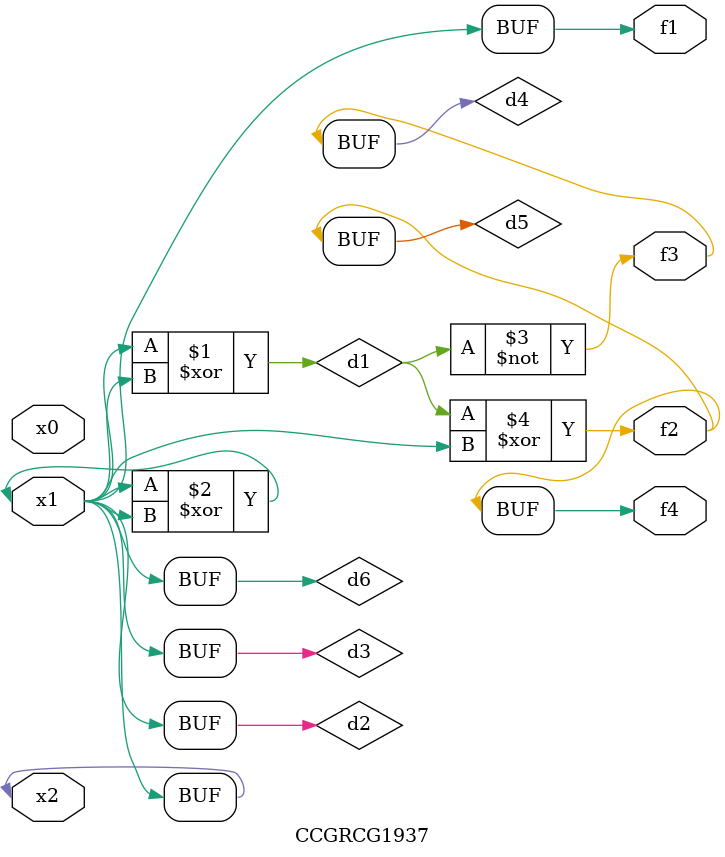
<source format=v>
module CCGRCG1937(
	input x0, x1, x2,
	output f1, f2, f3, f4
);

	wire d1, d2, d3, d4, d5, d6;

	xor (d1, x1, x2);
	buf (d2, x1, x2);
	xor (d3, x1, x2);
	nor (d4, d1);
	xor (d5, d1, d2);
	buf (d6, d2, d3);
	assign f1 = d6;
	assign f2 = d5;
	assign f3 = d4;
	assign f4 = d5;
endmodule

</source>
